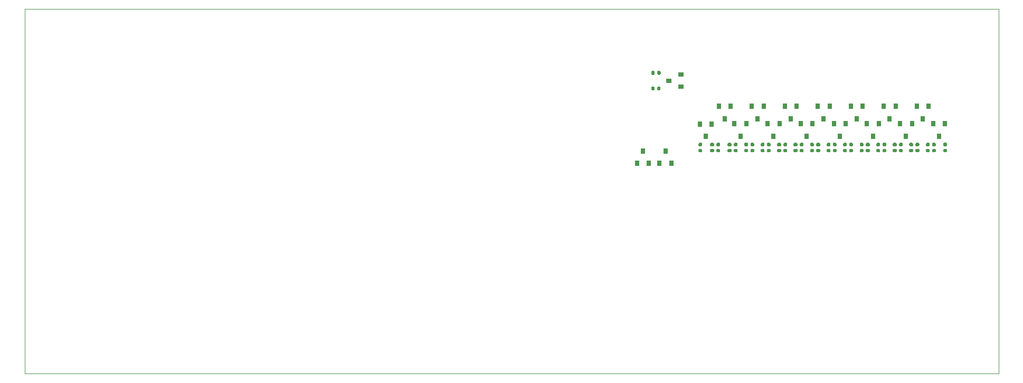
<source format=gbr>
%TF.GenerationSoftware,KiCad,Pcbnew,5.1.9-73d0e3b20d~88~ubuntu20.04.1*%
%TF.CreationDate,2021-03-03T11:33:07+04:00*%
%TF.ProjectId,main_board,6d61696e-5f62-46f6-9172-642e6b696361,rev?*%
%TF.SameCoordinates,Original*%
%TF.FileFunction,Paste,Bot*%
%TF.FilePolarity,Positive*%
%FSLAX46Y46*%
G04 Gerber Fmt 4.6, Leading zero omitted, Abs format (unit mm)*
G04 Created by KiCad (PCBNEW 5.1.9-73d0e3b20d~88~ubuntu20.04.1) date 2021-03-03 11:33:07*
%MOMM*%
%LPD*%
G01*
G04 APERTURE LIST*
%TA.AperFunction,Profile*%
%ADD10C,0.100000*%
%TD*%
%ADD11R,0.800000X0.900000*%
%ADD12R,0.900000X0.800000*%
G04 APERTURE END LIST*
D10*
X210400000Y-29600000D02*
X54200000Y-29600000D01*
X210400000Y-29600000D02*
X210400000Y-88000000D01*
X210400000Y-88000000D02*
X54200000Y-88000000D01*
X54200000Y-29600000D02*
X54200000Y-88000000D01*
D11*
%TO.C,D23*%
X200880000Y-49940000D03*
X201830000Y-47940000D03*
X199930000Y-47940000D03*
%TD*%
%TO.C,D22*%
X198220000Y-47170000D03*
X199170000Y-45170000D03*
X197270000Y-45170000D03*
%TD*%
%TO.C,D21*%
X195566665Y-49940000D03*
X196516665Y-47940000D03*
X194616665Y-47940000D03*
%TD*%
%TO.C,D20*%
X192930000Y-47170000D03*
X193880000Y-45170000D03*
X191980000Y-45170000D03*
%TD*%
%TO.C,D19*%
X190253332Y-49940000D03*
X191203332Y-47940000D03*
X189303332Y-47940000D03*
%TD*%
%TO.C,D18*%
X187640000Y-47170000D03*
X188590000Y-45170000D03*
X186690000Y-45170000D03*
%TD*%
%TO.C,D17*%
X184939999Y-49940000D03*
X185889999Y-47940000D03*
X183989999Y-47940000D03*
%TD*%
%TO.C,D16*%
X182350000Y-47170000D03*
X183300000Y-45170000D03*
X181400000Y-45170000D03*
%TD*%
%TO.C,D15*%
X179626666Y-49940000D03*
X180576666Y-47940000D03*
X178676666Y-47940000D03*
%TD*%
%TO.C,D14*%
X177060000Y-47170000D03*
X178010000Y-45170000D03*
X176110000Y-45170000D03*
%TD*%
%TO.C,D13*%
X174313333Y-49940000D03*
X175263333Y-47940000D03*
X173363333Y-47940000D03*
%TD*%
%TO.C,D12*%
X171770000Y-47170000D03*
X172720000Y-45170000D03*
X170820000Y-45170000D03*
%TD*%
%TO.C,D11*%
X169000000Y-49940000D03*
X169950000Y-47940000D03*
X168050000Y-47940000D03*
%TD*%
%TO.C,D10*%
X166480000Y-47170000D03*
X167430000Y-45170000D03*
X165530000Y-45170000D03*
%TD*%
%TO.C,D9*%
X163420000Y-50010000D03*
X164370000Y-48010000D03*
X162470000Y-48010000D03*
%TD*%
D12*
%TO.C,D8*%
X157480000Y-41060000D03*
X159480000Y-42010000D03*
X159480000Y-40110000D03*
%TD*%
%TO.C,C55*%
G36*
G01*
X201660000Y-51980000D02*
X202000000Y-51980000D01*
G75*
G02*
X202140000Y-52120000I0J-140000D01*
G01*
X202140000Y-52400000D01*
G75*
G02*
X202000000Y-52540000I-140000J0D01*
G01*
X201660000Y-52540000D01*
G75*
G02*
X201520000Y-52400000I0J140000D01*
G01*
X201520000Y-52120000D01*
G75*
G02*
X201660000Y-51980000I140000J0D01*
G01*
G37*
G36*
G01*
X201660000Y-51020000D02*
X202000000Y-51020000D01*
G75*
G02*
X202140000Y-51160000I0J-140000D01*
G01*
X202140000Y-51440000D01*
G75*
G02*
X202000000Y-51580000I-140000J0D01*
G01*
X201660000Y-51580000D01*
G75*
G02*
X201520000Y-51440000I0J140000D01*
G01*
X201520000Y-51160000D01*
G75*
G02*
X201660000Y-51020000I140000J0D01*
G01*
G37*
%TD*%
%TO.C,C54*%
G36*
G01*
X199870000Y-51990000D02*
X200210000Y-51990000D01*
G75*
G02*
X200350000Y-52130000I0J-140000D01*
G01*
X200350000Y-52410000D01*
G75*
G02*
X200210000Y-52550000I-140000J0D01*
G01*
X199870000Y-52550000D01*
G75*
G02*
X199730000Y-52410000I0J140000D01*
G01*
X199730000Y-52130000D01*
G75*
G02*
X199870000Y-51990000I140000J0D01*
G01*
G37*
G36*
G01*
X199870000Y-51030000D02*
X200210000Y-51030000D01*
G75*
G02*
X200350000Y-51170000I0J-140000D01*
G01*
X200350000Y-51450000D01*
G75*
G02*
X200210000Y-51590000I-140000J0D01*
G01*
X199870000Y-51590000D01*
G75*
G02*
X199730000Y-51450000I0J140000D01*
G01*
X199730000Y-51170000D01*
G75*
G02*
X199870000Y-51030000I140000J0D01*
G01*
G37*
%TD*%
%TO.C,C53*%
G36*
G01*
X198890000Y-51990000D02*
X199230000Y-51990000D01*
G75*
G02*
X199370000Y-52130000I0J-140000D01*
G01*
X199370000Y-52410000D01*
G75*
G02*
X199230000Y-52550000I-140000J0D01*
G01*
X198890000Y-52550000D01*
G75*
G02*
X198750000Y-52410000I0J140000D01*
G01*
X198750000Y-52130000D01*
G75*
G02*
X198890000Y-51990000I140000J0D01*
G01*
G37*
G36*
G01*
X198890000Y-51030000D02*
X199230000Y-51030000D01*
G75*
G02*
X199370000Y-51170000I0J-140000D01*
G01*
X199370000Y-51450000D01*
G75*
G02*
X199230000Y-51590000I-140000J0D01*
G01*
X198890000Y-51590000D01*
G75*
G02*
X198750000Y-51450000I0J140000D01*
G01*
X198750000Y-51170000D01*
G75*
G02*
X198890000Y-51030000I140000J0D01*
G01*
G37*
%TD*%
%TO.C,C52*%
G36*
G01*
X197210000Y-51990000D02*
X197550000Y-51990000D01*
G75*
G02*
X197690000Y-52130000I0J-140000D01*
G01*
X197690000Y-52410000D01*
G75*
G02*
X197550000Y-52550000I-140000J0D01*
G01*
X197210000Y-52550000D01*
G75*
G02*
X197070000Y-52410000I0J140000D01*
G01*
X197070000Y-52130000D01*
G75*
G02*
X197210000Y-51990000I140000J0D01*
G01*
G37*
G36*
G01*
X197210000Y-51030000D02*
X197550000Y-51030000D01*
G75*
G02*
X197690000Y-51170000I0J-140000D01*
G01*
X197690000Y-51450000D01*
G75*
G02*
X197550000Y-51590000I-140000J0D01*
G01*
X197210000Y-51590000D01*
G75*
G02*
X197070000Y-51450000I0J140000D01*
G01*
X197070000Y-51170000D01*
G75*
G02*
X197210000Y-51030000I140000J0D01*
G01*
G37*
%TD*%
%TO.C,C51*%
G36*
G01*
X196220000Y-51990000D02*
X196560000Y-51990000D01*
G75*
G02*
X196700000Y-52130000I0J-140000D01*
G01*
X196700000Y-52410000D01*
G75*
G02*
X196560000Y-52550000I-140000J0D01*
G01*
X196220000Y-52550000D01*
G75*
G02*
X196080000Y-52410000I0J140000D01*
G01*
X196080000Y-52130000D01*
G75*
G02*
X196220000Y-51990000I140000J0D01*
G01*
G37*
G36*
G01*
X196220000Y-51030000D02*
X196560000Y-51030000D01*
G75*
G02*
X196700000Y-51170000I0J-140000D01*
G01*
X196700000Y-51450000D01*
G75*
G02*
X196560000Y-51590000I-140000J0D01*
G01*
X196220000Y-51590000D01*
G75*
G02*
X196080000Y-51450000I0J140000D01*
G01*
X196080000Y-51170000D01*
G75*
G02*
X196220000Y-51030000I140000J0D01*
G01*
G37*
%TD*%
%TO.C,C50*%
G36*
G01*
X194580000Y-51990000D02*
X194920000Y-51990000D01*
G75*
G02*
X195060000Y-52130000I0J-140000D01*
G01*
X195060000Y-52410000D01*
G75*
G02*
X194920000Y-52550000I-140000J0D01*
G01*
X194580000Y-52550000D01*
G75*
G02*
X194440000Y-52410000I0J140000D01*
G01*
X194440000Y-52130000D01*
G75*
G02*
X194580000Y-51990000I140000J0D01*
G01*
G37*
G36*
G01*
X194580000Y-51030000D02*
X194920000Y-51030000D01*
G75*
G02*
X195060000Y-51170000I0J-140000D01*
G01*
X195060000Y-51450000D01*
G75*
G02*
X194920000Y-51590000I-140000J0D01*
G01*
X194580000Y-51590000D01*
G75*
G02*
X194440000Y-51450000I0J140000D01*
G01*
X194440000Y-51170000D01*
G75*
G02*
X194580000Y-51030000I140000J0D01*
G01*
G37*
%TD*%
%TO.C,C49*%
G36*
G01*
X193590000Y-51990000D02*
X193930000Y-51990000D01*
G75*
G02*
X194070000Y-52130000I0J-140000D01*
G01*
X194070000Y-52410000D01*
G75*
G02*
X193930000Y-52550000I-140000J0D01*
G01*
X193590000Y-52550000D01*
G75*
G02*
X193450000Y-52410000I0J140000D01*
G01*
X193450000Y-52130000D01*
G75*
G02*
X193590000Y-51990000I140000J0D01*
G01*
G37*
G36*
G01*
X193590000Y-51030000D02*
X193930000Y-51030000D01*
G75*
G02*
X194070000Y-51170000I0J-140000D01*
G01*
X194070000Y-51450000D01*
G75*
G02*
X193930000Y-51590000I-140000J0D01*
G01*
X193590000Y-51590000D01*
G75*
G02*
X193450000Y-51450000I0J140000D01*
G01*
X193450000Y-51170000D01*
G75*
G02*
X193590000Y-51030000I140000J0D01*
G01*
G37*
%TD*%
%TO.C,C48*%
G36*
G01*
X191930000Y-51990000D02*
X192270000Y-51990000D01*
G75*
G02*
X192410000Y-52130000I0J-140000D01*
G01*
X192410000Y-52410000D01*
G75*
G02*
X192270000Y-52550000I-140000J0D01*
G01*
X191930000Y-52550000D01*
G75*
G02*
X191790000Y-52410000I0J140000D01*
G01*
X191790000Y-52130000D01*
G75*
G02*
X191930000Y-51990000I140000J0D01*
G01*
G37*
G36*
G01*
X191930000Y-51030000D02*
X192270000Y-51030000D01*
G75*
G02*
X192410000Y-51170000I0J-140000D01*
G01*
X192410000Y-51450000D01*
G75*
G02*
X192270000Y-51590000I-140000J0D01*
G01*
X191930000Y-51590000D01*
G75*
G02*
X191790000Y-51450000I0J140000D01*
G01*
X191790000Y-51170000D01*
G75*
G02*
X191930000Y-51030000I140000J0D01*
G01*
G37*
%TD*%
%TO.C,C47*%
G36*
G01*
X190940000Y-51990000D02*
X191280000Y-51990000D01*
G75*
G02*
X191420000Y-52130000I0J-140000D01*
G01*
X191420000Y-52410000D01*
G75*
G02*
X191280000Y-52550000I-140000J0D01*
G01*
X190940000Y-52550000D01*
G75*
G02*
X190800000Y-52410000I0J140000D01*
G01*
X190800000Y-52130000D01*
G75*
G02*
X190940000Y-51990000I140000J0D01*
G01*
G37*
G36*
G01*
X190940000Y-51030000D02*
X191280000Y-51030000D01*
G75*
G02*
X191420000Y-51170000I0J-140000D01*
G01*
X191420000Y-51450000D01*
G75*
G02*
X191280000Y-51590000I-140000J0D01*
G01*
X190940000Y-51590000D01*
G75*
G02*
X190800000Y-51450000I0J140000D01*
G01*
X190800000Y-51170000D01*
G75*
G02*
X190940000Y-51030000I140000J0D01*
G01*
G37*
%TD*%
%TO.C,C46*%
G36*
G01*
X189260000Y-51990000D02*
X189600000Y-51990000D01*
G75*
G02*
X189740000Y-52130000I0J-140000D01*
G01*
X189740000Y-52410000D01*
G75*
G02*
X189600000Y-52550000I-140000J0D01*
G01*
X189260000Y-52550000D01*
G75*
G02*
X189120000Y-52410000I0J140000D01*
G01*
X189120000Y-52130000D01*
G75*
G02*
X189260000Y-51990000I140000J0D01*
G01*
G37*
G36*
G01*
X189260000Y-51030000D02*
X189600000Y-51030000D01*
G75*
G02*
X189740000Y-51170000I0J-140000D01*
G01*
X189740000Y-51450000D01*
G75*
G02*
X189600000Y-51590000I-140000J0D01*
G01*
X189260000Y-51590000D01*
G75*
G02*
X189120000Y-51450000I0J140000D01*
G01*
X189120000Y-51170000D01*
G75*
G02*
X189260000Y-51030000I140000J0D01*
G01*
G37*
%TD*%
%TO.C,C45*%
G36*
G01*
X188280000Y-51990000D02*
X188620000Y-51990000D01*
G75*
G02*
X188760000Y-52130000I0J-140000D01*
G01*
X188760000Y-52410000D01*
G75*
G02*
X188620000Y-52550000I-140000J0D01*
G01*
X188280000Y-52550000D01*
G75*
G02*
X188140000Y-52410000I0J140000D01*
G01*
X188140000Y-52130000D01*
G75*
G02*
X188280000Y-51990000I140000J0D01*
G01*
G37*
G36*
G01*
X188280000Y-51030000D02*
X188620000Y-51030000D01*
G75*
G02*
X188760000Y-51170000I0J-140000D01*
G01*
X188760000Y-51450000D01*
G75*
G02*
X188620000Y-51590000I-140000J0D01*
G01*
X188280000Y-51590000D01*
G75*
G02*
X188140000Y-51450000I0J140000D01*
G01*
X188140000Y-51170000D01*
G75*
G02*
X188280000Y-51030000I140000J0D01*
G01*
G37*
%TD*%
%TO.C,C44*%
G36*
G01*
X186590000Y-51990000D02*
X186930000Y-51990000D01*
G75*
G02*
X187070000Y-52130000I0J-140000D01*
G01*
X187070000Y-52410000D01*
G75*
G02*
X186930000Y-52550000I-140000J0D01*
G01*
X186590000Y-52550000D01*
G75*
G02*
X186450000Y-52410000I0J140000D01*
G01*
X186450000Y-52130000D01*
G75*
G02*
X186590000Y-51990000I140000J0D01*
G01*
G37*
G36*
G01*
X186590000Y-51030000D02*
X186930000Y-51030000D01*
G75*
G02*
X187070000Y-51170000I0J-140000D01*
G01*
X187070000Y-51450000D01*
G75*
G02*
X186930000Y-51590000I-140000J0D01*
G01*
X186590000Y-51590000D01*
G75*
G02*
X186450000Y-51450000I0J140000D01*
G01*
X186450000Y-51170000D01*
G75*
G02*
X186590000Y-51030000I140000J0D01*
G01*
G37*
%TD*%
%TO.C,C43*%
G36*
G01*
X185600000Y-51990000D02*
X185940000Y-51990000D01*
G75*
G02*
X186080000Y-52130000I0J-140000D01*
G01*
X186080000Y-52410000D01*
G75*
G02*
X185940000Y-52550000I-140000J0D01*
G01*
X185600000Y-52550000D01*
G75*
G02*
X185460000Y-52410000I0J140000D01*
G01*
X185460000Y-52130000D01*
G75*
G02*
X185600000Y-51990000I140000J0D01*
G01*
G37*
G36*
G01*
X185600000Y-51030000D02*
X185940000Y-51030000D01*
G75*
G02*
X186080000Y-51170000I0J-140000D01*
G01*
X186080000Y-51450000D01*
G75*
G02*
X185940000Y-51590000I-140000J0D01*
G01*
X185600000Y-51590000D01*
G75*
G02*
X185460000Y-51450000I0J140000D01*
G01*
X185460000Y-51170000D01*
G75*
G02*
X185600000Y-51030000I140000J0D01*
G01*
G37*
%TD*%
%TO.C,C42*%
G36*
G01*
X183970000Y-51990000D02*
X184310000Y-51990000D01*
G75*
G02*
X184450000Y-52130000I0J-140000D01*
G01*
X184450000Y-52410000D01*
G75*
G02*
X184310000Y-52550000I-140000J0D01*
G01*
X183970000Y-52550000D01*
G75*
G02*
X183830000Y-52410000I0J140000D01*
G01*
X183830000Y-52130000D01*
G75*
G02*
X183970000Y-51990000I140000J0D01*
G01*
G37*
G36*
G01*
X183970000Y-51030000D02*
X184310000Y-51030000D01*
G75*
G02*
X184450000Y-51170000I0J-140000D01*
G01*
X184450000Y-51450000D01*
G75*
G02*
X184310000Y-51590000I-140000J0D01*
G01*
X183970000Y-51590000D01*
G75*
G02*
X183830000Y-51450000I0J140000D01*
G01*
X183830000Y-51170000D01*
G75*
G02*
X183970000Y-51030000I140000J0D01*
G01*
G37*
%TD*%
%TO.C,C41*%
G36*
G01*
X182980000Y-51990000D02*
X183320000Y-51990000D01*
G75*
G02*
X183460000Y-52130000I0J-140000D01*
G01*
X183460000Y-52410000D01*
G75*
G02*
X183320000Y-52550000I-140000J0D01*
G01*
X182980000Y-52550000D01*
G75*
G02*
X182840000Y-52410000I0J140000D01*
G01*
X182840000Y-52130000D01*
G75*
G02*
X182980000Y-51990000I140000J0D01*
G01*
G37*
G36*
G01*
X182980000Y-51030000D02*
X183320000Y-51030000D01*
G75*
G02*
X183460000Y-51170000I0J-140000D01*
G01*
X183460000Y-51450000D01*
G75*
G02*
X183320000Y-51590000I-140000J0D01*
G01*
X182980000Y-51590000D01*
G75*
G02*
X182840000Y-51450000I0J140000D01*
G01*
X182840000Y-51170000D01*
G75*
G02*
X182980000Y-51030000I140000J0D01*
G01*
G37*
%TD*%
%TO.C,C40*%
G36*
G01*
X181310000Y-51990000D02*
X181650000Y-51990000D01*
G75*
G02*
X181790000Y-52130000I0J-140000D01*
G01*
X181790000Y-52410000D01*
G75*
G02*
X181650000Y-52550000I-140000J0D01*
G01*
X181310000Y-52550000D01*
G75*
G02*
X181170000Y-52410000I0J140000D01*
G01*
X181170000Y-52130000D01*
G75*
G02*
X181310000Y-51990000I140000J0D01*
G01*
G37*
G36*
G01*
X181310000Y-51030000D02*
X181650000Y-51030000D01*
G75*
G02*
X181790000Y-51170000I0J-140000D01*
G01*
X181790000Y-51450000D01*
G75*
G02*
X181650000Y-51590000I-140000J0D01*
G01*
X181310000Y-51590000D01*
G75*
G02*
X181170000Y-51450000I0J140000D01*
G01*
X181170000Y-51170000D01*
G75*
G02*
X181310000Y-51030000I140000J0D01*
G01*
G37*
%TD*%
%TO.C,C39*%
G36*
G01*
X180310000Y-51990000D02*
X180650000Y-51990000D01*
G75*
G02*
X180790000Y-52130000I0J-140000D01*
G01*
X180790000Y-52410000D01*
G75*
G02*
X180650000Y-52550000I-140000J0D01*
G01*
X180310000Y-52550000D01*
G75*
G02*
X180170000Y-52410000I0J140000D01*
G01*
X180170000Y-52130000D01*
G75*
G02*
X180310000Y-51990000I140000J0D01*
G01*
G37*
G36*
G01*
X180310000Y-51030000D02*
X180650000Y-51030000D01*
G75*
G02*
X180790000Y-51170000I0J-140000D01*
G01*
X180790000Y-51450000D01*
G75*
G02*
X180650000Y-51590000I-140000J0D01*
G01*
X180310000Y-51590000D01*
G75*
G02*
X180170000Y-51450000I0J140000D01*
G01*
X180170000Y-51170000D01*
G75*
G02*
X180310000Y-51030000I140000J0D01*
G01*
G37*
%TD*%
%TO.C,C38*%
G36*
G01*
X178660000Y-51990000D02*
X179000000Y-51990000D01*
G75*
G02*
X179140000Y-52130000I0J-140000D01*
G01*
X179140000Y-52410000D01*
G75*
G02*
X179000000Y-52550000I-140000J0D01*
G01*
X178660000Y-52550000D01*
G75*
G02*
X178520000Y-52410000I0J140000D01*
G01*
X178520000Y-52130000D01*
G75*
G02*
X178660000Y-51990000I140000J0D01*
G01*
G37*
G36*
G01*
X178660000Y-51030000D02*
X179000000Y-51030000D01*
G75*
G02*
X179140000Y-51170000I0J-140000D01*
G01*
X179140000Y-51450000D01*
G75*
G02*
X179000000Y-51590000I-140000J0D01*
G01*
X178660000Y-51590000D01*
G75*
G02*
X178520000Y-51450000I0J140000D01*
G01*
X178520000Y-51170000D01*
G75*
G02*
X178660000Y-51030000I140000J0D01*
G01*
G37*
%TD*%
%TO.C,C37*%
G36*
G01*
X177670000Y-51990000D02*
X178010000Y-51990000D01*
G75*
G02*
X178150000Y-52130000I0J-140000D01*
G01*
X178150000Y-52410000D01*
G75*
G02*
X178010000Y-52550000I-140000J0D01*
G01*
X177670000Y-52550000D01*
G75*
G02*
X177530000Y-52410000I0J140000D01*
G01*
X177530000Y-52130000D01*
G75*
G02*
X177670000Y-51990000I140000J0D01*
G01*
G37*
G36*
G01*
X177670000Y-51030000D02*
X178010000Y-51030000D01*
G75*
G02*
X178150000Y-51170000I0J-140000D01*
G01*
X178150000Y-51450000D01*
G75*
G02*
X178010000Y-51590000I-140000J0D01*
G01*
X177670000Y-51590000D01*
G75*
G02*
X177530000Y-51450000I0J140000D01*
G01*
X177530000Y-51170000D01*
G75*
G02*
X177670000Y-51030000I140000J0D01*
G01*
G37*
%TD*%
%TO.C,C36*%
G36*
G01*
X176030000Y-51990000D02*
X176370000Y-51990000D01*
G75*
G02*
X176510000Y-52130000I0J-140000D01*
G01*
X176510000Y-52410000D01*
G75*
G02*
X176370000Y-52550000I-140000J0D01*
G01*
X176030000Y-52550000D01*
G75*
G02*
X175890000Y-52410000I0J140000D01*
G01*
X175890000Y-52130000D01*
G75*
G02*
X176030000Y-51990000I140000J0D01*
G01*
G37*
G36*
G01*
X176030000Y-51030000D02*
X176370000Y-51030000D01*
G75*
G02*
X176510000Y-51170000I0J-140000D01*
G01*
X176510000Y-51450000D01*
G75*
G02*
X176370000Y-51590000I-140000J0D01*
G01*
X176030000Y-51590000D01*
G75*
G02*
X175890000Y-51450000I0J140000D01*
G01*
X175890000Y-51170000D01*
G75*
G02*
X176030000Y-51030000I140000J0D01*
G01*
G37*
%TD*%
%TO.C,C35*%
G36*
G01*
X175040000Y-51990000D02*
X175380000Y-51990000D01*
G75*
G02*
X175520000Y-52130000I0J-140000D01*
G01*
X175520000Y-52410000D01*
G75*
G02*
X175380000Y-52550000I-140000J0D01*
G01*
X175040000Y-52550000D01*
G75*
G02*
X174900000Y-52410000I0J140000D01*
G01*
X174900000Y-52130000D01*
G75*
G02*
X175040000Y-51990000I140000J0D01*
G01*
G37*
G36*
G01*
X175040000Y-51030000D02*
X175380000Y-51030000D01*
G75*
G02*
X175520000Y-51170000I0J-140000D01*
G01*
X175520000Y-51450000D01*
G75*
G02*
X175380000Y-51590000I-140000J0D01*
G01*
X175040000Y-51590000D01*
G75*
G02*
X174900000Y-51450000I0J140000D01*
G01*
X174900000Y-51170000D01*
G75*
G02*
X175040000Y-51030000I140000J0D01*
G01*
G37*
%TD*%
%TO.C,C34*%
G36*
G01*
X173370000Y-51990000D02*
X173710000Y-51990000D01*
G75*
G02*
X173850000Y-52130000I0J-140000D01*
G01*
X173850000Y-52410000D01*
G75*
G02*
X173710000Y-52550000I-140000J0D01*
G01*
X173370000Y-52550000D01*
G75*
G02*
X173230000Y-52410000I0J140000D01*
G01*
X173230000Y-52130000D01*
G75*
G02*
X173370000Y-51990000I140000J0D01*
G01*
G37*
G36*
G01*
X173370000Y-51030000D02*
X173710000Y-51030000D01*
G75*
G02*
X173850000Y-51170000I0J-140000D01*
G01*
X173850000Y-51450000D01*
G75*
G02*
X173710000Y-51590000I-140000J0D01*
G01*
X173370000Y-51590000D01*
G75*
G02*
X173230000Y-51450000I0J140000D01*
G01*
X173230000Y-51170000D01*
G75*
G02*
X173370000Y-51030000I140000J0D01*
G01*
G37*
%TD*%
%TO.C,C33*%
G36*
G01*
X172380000Y-51990000D02*
X172720000Y-51990000D01*
G75*
G02*
X172860000Y-52130000I0J-140000D01*
G01*
X172860000Y-52410000D01*
G75*
G02*
X172720000Y-52550000I-140000J0D01*
G01*
X172380000Y-52550000D01*
G75*
G02*
X172240000Y-52410000I0J140000D01*
G01*
X172240000Y-52130000D01*
G75*
G02*
X172380000Y-51990000I140000J0D01*
G01*
G37*
G36*
G01*
X172380000Y-51030000D02*
X172720000Y-51030000D01*
G75*
G02*
X172860000Y-51170000I0J-140000D01*
G01*
X172860000Y-51450000D01*
G75*
G02*
X172720000Y-51590000I-140000J0D01*
G01*
X172380000Y-51590000D01*
G75*
G02*
X172240000Y-51450000I0J140000D01*
G01*
X172240000Y-51170000D01*
G75*
G02*
X172380000Y-51030000I140000J0D01*
G01*
G37*
%TD*%
%TO.C,C32*%
G36*
G01*
X170740000Y-51990000D02*
X171080000Y-51990000D01*
G75*
G02*
X171220000Y-52130000I0J-140000D01*
G01*
X171220000Y-52410000D01*
G75*
G02*
X171080000Y-52550000I-140000J0D01*
G01*
X170740000Y-52550000D01*
G75*
G02*
X170600000Y-52410000I0J140000D01*
G01*
X170600000Y-52130000D01*
G75*
G02*
X170740000Y-51990000I140000J0D01*
G01*
G37*
G36*
G01*
X170740000Y-51030000D02*
X171080000Y-51030000D01*
G75*
G02*
X171220000Y-51170000I0J-140000D01*
G01*
X171220000Y-51450000D01*
G75*
G02*
X171080000Y-51590000I-140000J0D01*
G01*
X170740000Y-51590000D01*
G75*
G02*
X170600000Y-51450000I0J140000D01*
G01*
X170600000Y-51170000D01*
G75*
G02*
X170740000Y-51030000I140000J0D01*
G01*
G37*
%TD*%
%TO.C,C31*%
G36*
G01*
X169750000Y-51990000D02*
X170090000Y-51990000D01*
G75*
G02*
X170230000Y-52130000I0J-140000D01*
G01*
X170230000Y-52410000D01*
G75*
G02*
X170090000Y-52550000I-140000J0D01*
G01*
X169750000Y-52550000D01*
G75*
G02*
X169610000Y-52410000I0J140000D01*
G01*
X169610000Y-52130000D01*
G75*
G02*
X169750000Y-51990000I140000J0D01*
G01*
G37*
G36*
G01*
X169750000Y-51030000D02*
X170090000Y-51030000D01*
G75*
G02*
X170230000Y-51170000I0J-140000D01*
G01*
X170230000Y-51450000D01*
G75*
G02*
X170090000Y-51590000I-140000J0D01*
G01*
X169750000Y-51590000D01*
G75*
G02*
X169610000Y-51450000I0J140000D01*
G01*
X169610000Y-51170000D01*
G75*
G02*
X169750000Y-51030000I140000J0D01*
G01*
G37*
%TD*%
%TO.C,C30*%
G36*
G01*
X168070000Y-51990000D02*
X168410000Y-51990000D01*
G75*
G02*
X168550000Y-52130000I0J-140000D01*
G01*
X168550000Y-52410000D01*
G75*
G02*
X168410000Y-52550000I-140000J0D01*
G01*
X168070000Y-52550000D01*
G75*
G02*
X167930000Y-52410000I0J140000D01*
G01*
X167930000Y-52130000D01*
G75*
G02*
X168070000Y-51990000I140000J0D01*
G01*
G37*
G36*
G01*
X168070000Y-51030000D02*
X168410000Y-51030000D01*
G75*
G02*
X168550000Y-51170000I0J-140000D01*
G01*
X168550000Y-51450000D01*
G75*
G02*
X168410000Y-51590000I-140000J0D01*
G01*
X168070000Y-51590000D01*
G75*
G02*
X167930000Y-51450000I0J140000D01*
G01*
X167930000Y-51170000D01*
G75*
G02*
X168070000Y-51030000I140000J0D01*
G01*
G37*
%TD*%
%TO.C,C29*%
G36*
G01*
X167080000Y-51990000D02*
X167420000Y-51990000D01*
G75*
G02*
X167560000Y-52130000I0J-140000D01*
G01*
X167560000Y-52410000D01*
G75*
G02*
X167420000Y-52550000I-140000J0D01*
G01*
X167080000Y-52550000D01*
G75*
G02*
X166940000Y-52410000I0J140000D01*
G01*
X166940000Y-52130000D01*
G75*
G02*
X167080000Y-51990000I140000J0D01*
G01*
G37*
G36*
G01*
X167080000Y-51030000D02*
X167420000Y-51030000D01*
G75*
G02*
X167560000Y-51170000I0J-140000D01*
G01*
X167560000Y-51450000D01*
G75*
G02*
X167420000Y-51590000I-140000J0D01*
G01*
X167080000Y-51590000D01*
G75*
G02*
X166940000Y-51450000I0J140000D01*
G01*
X166940000Y-51170000D01*
G75*
G02*
X167080000Y-51030000I140000J0D01*
G01*
G37*
%TD*%
%TO.C,C28*%
G36*
G01*
X165280000Y-51990000D02*
X165620000Y-51990000D01*
G75*
G02*
X165760000Y-52130000I0J-140000D01*
G01*
X165760000Y-52410000D01*
G75*
G02*
X165620000Y-52550000I-140000J0D01*
G01*
X165280000Y-52550000D01*
G75*
G02*
X165140000Y-52410000I0J140000D01*
G01*
X165140000Y-52130000D01*
G75*
G02*
X165280000Y-51990000I140000J0D01*
G01*
G37*
G36*
G01*
X165280000Y-51030000D02*
X165620000Y-51030000D01*
G75*
G02*
X165760000Y-51170000I0J-140000D01*
G01*
X165760000Y-51450000D01*
G75*
G02*
X165620000Y-51590000I-140000J0D01*
G01*
X165280000Y-51590000D01*
G75*
G02*
X165140000Y-51450000I0J140000D01*
G01*
X165140000Y-51170000D01*
G75*
G02*
X165280000Y-51030000I140000J0D01*
G01*
G37*
%TD*%
%TO.C,C27*%
G36*
G01*
X164290000Y-51990000D02*
X164630000Y-51990000D01*
G75*
G02*
X164770000Y-52130000I0J-140000D01*
G01*
X164770000Y-52410000D01*
G75*
G02*
X164630000Y-52550000I-140000J0D01*
G01*
X164290000Y-52550000D01*
G75*
G02*
X164150000Y-52410000I0J140000D01*
G01*
X164150000Y-52130000D01*
G75*
G02*
X164290000Y-51990000I140000J0D01*
G01*
G37*
G36*
G01*
X164290000Y-51030000D02*
X164630000Y-51030000D01*
G75*
G02*
X164770000Y-51170000I0J-140000D01*
G01*
X164770000Y-51450000D01*
G75*
G02*
X164630000Y-51590000I-140000J0D01*
G01*
X164290000Y-51590000D01*
G75*
G02*
X164150000Y-51450000I0J140000D01*
G01*
X164150000Y-51170000D01*
G75*
G02*
X164290000Y-51030000I140000J0D01*
G01*
G37*
%TD*%
%TO.C,C26*%
G36*
G01*
X162390000Y-51990000D02*
X162730000Y-51990000D01*
G75*
G02*
X162870000Y-52130000I0J-140000D01*
G01*
X162870000Y-52410000D01*
G75*
G02*
X162730000Y-52550000I-140000J0D01*
G01*
X162390000Y-52550000D01*
G75*
G02*
X162250000Y-52410000I0J140000D01*
G01*
X162250000Y-52130000D01*
G75*
G02*
X162390000Y-51990000I140000J0D01*
G01*
G37*
G36*
G01*
X162390000Y-51030000D02*
X162730000Y-51030000D01*
G75*
G02*
X162870000Y-51170000I0J-140000D01*
G01*
X162870000Y-51450000D01*
G75*
G02*
X162730000Y-51590000I-140000J0D01*
G01*
X162390000Y-51590000D01*
G75*
G02*
X162250000Y-51450000I0J140000D01*
G01*
X162250000Y-51170000D01*
G75*
G02*
X162390000Y-51030000I140000J0D01*
G01*
G37*
%TD*%
%TO.C,C25*%
G36*
G01*
X155240000Y-42120000D02*
X155240000Y-42460000D01*
G75*
G02*
X155100000Y-42600000I-140000J0D01*
G01*
X154820000Y-42600000D01*
G75*
G02*
X154680000Y-42460000I0J140000D01*
G01*
X154680000Y-42120000D01*
G75*
G02*
X154820000Y-41980000I140000J0D01*
G01*
X155100000Y-41980000D01*
G75*
G02*
X155240000Y-42120000I0J-140000D01*
G01*
G37*
G36*
G01*
X156200000Y-42120000D02*
X156200000Y-42460000D01*
G75*
G02*
X156060000Y-42600000I-140000J0D01*
G01*
X155780000Y-42600000D01*
G75*
G02*
X155640000Y-42460000I0J140000D01*
G01*
X155640000Y-42120000D01*
G75*
G02*
X155780000Y-41980000I140000J0D01*
G01*
X156060000Y-41980000D01*
G75*
G02*
X156200000Y-42120000I0J-140000D01*
G01*
G37*
%TD*%
%TO.C,C24*%
G36*
G01*
X155250000Y-39640000D02*
X155250000Y-39980000D01*
G75*
G02*
X155110000Y-40120000I-140000J0D01*
G01*
X154830000Y-40120000D01*
G75*
G02*
X154690000Y-39980000I0J140000D01*
G01*
X154690000Y-39640000D01*
G75*
G02*
X154830000Y-39500000I140000J0D01*
G01*
X155110000Y-39500000D01*
G75*
G02*
X155250000Y-39640000I0J-140000D01*
G01*
G37*
G36*
G01*
X156210000Y-39640000D02*
X156210000Y-39980000D01*
G75*
G02*
X156070000Y-40120000I-140000J0D01*
G01*
X155790000Y-40120000D01*
G75*
G02*
X155650000Y-39980000I0J140000D01*
G01*
X155650000Y-39640000D01*
G75*
G02*
X155790000Y-39500000I140000J0D01*
G01*
X156070000Y-39500000D01*
G75*
G02*
X156210000Y-39640000I0J-140000D01*
G01*
G37*
%TD*%
D11*
%TO.C,D4*%
X153380000Y-52320000D03*
X152430000Y-54320000D03*
X154330000Y-54320000D03*
%TD*%
%TO.C,D5*%
X156970000Y-52310000D03*
X156020000Y-54310000D03*
X157920000Y-54310000D03*
%TD*%
M02*

</source>
